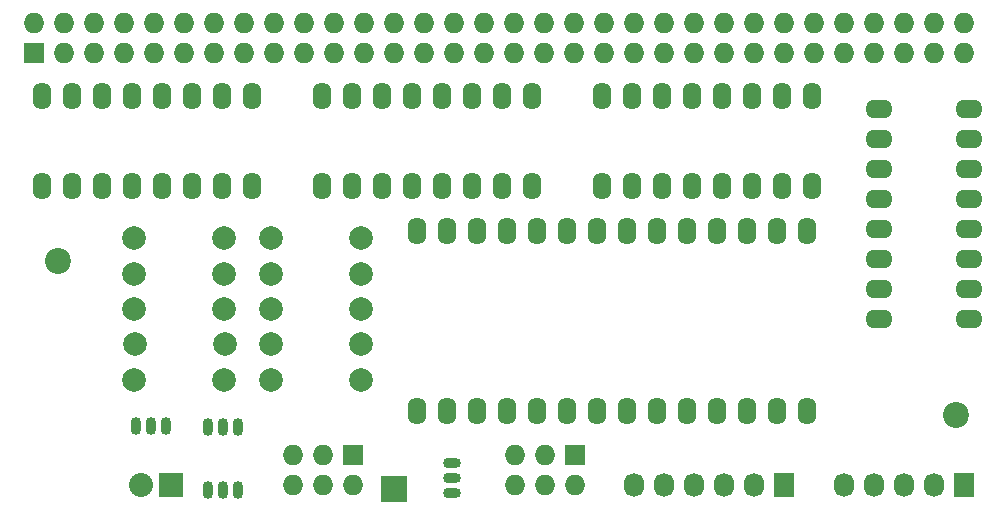
<source format=gbs>
G04 #@! TF.FileFunction,Soldermask,Bot*
%FSLAX46Y46*%
G04 Gerber Fmt 4.6, Leading zero omitted, Abs format (unit mm)*
G04 Created by KiCad (PCBNEW 4.0.4-stable) date 11/02/16 00:16:49*
%MOMM*%
%LPD*%
G01*
G04 APERTURE LIST*
%ADD10C,0.100000*%
%ADD11R,2.032000X2.032000*%
%ADD12O,2.032000X2.032000*%
%ADD13O,1.600000X2.300000*%
%ADD14R,1.727200X1.727200*%
%ADD15O,1.727200X1.727200*%
%ADD16R,2.235200X2.235200*%
%ADD17R,1.727200X2.032000*%
%ADD18O,1.727200X2.032000*%
%ADD19O,0.899160X1.501140*%
%ADD20O,1.501140X0.899160*%
%ADD21C,1.998980*%
%ADD22O,2.300000X1.600000*%
%ADD23C,2.200000*%
G04 APERTURE END LIST*
D10*
D11*
X131450000Y-88600000D03*
D12*
X128910000Y-88600000D03*
D13*
X144300000Y-63300000D03*
X146840000Y-63300000D03*
X149380000Y-63300000D03*
X151920000Y-63300000D03*
X154460000Y-63300000D03*
X157000000Y-63300000D03*
X159540000Y-63300000D03*
X162080000Y-63300000D03*
X162080000Y-55680000D03*
X159540000Y-55680000D03*
X157000000Y-55680000D03*
X154460000Y-55680000D03*
X151920000Y-55680000D03*
X149380000Y-55680000D03*
X146840000Y-55680000D03*
X144300000Y-55680000D03*
D14*
X146900000Y-86100000D03*
D15*
X146900000Y-88640000D03*
X144360000Y-86100000D03*
X144360000Y-88640000D03*
X141820000Y-86100000D03*
X141820000Y-88640000D03*
D16*
X150400000Y-88900000D03*
D14*
X165700000Y-86100000D03*
D15*
X165700000Y-88640000D03*
X163160000Y-86100000D03*
X163160000Y-88640000D03*
X160620000Y-86100000D03*
X160620000Y-88640000D03*
D17*
X183400000Y-88600000D03*
D18*
X180860000Y-88600000D03*
X178320000Y-88600000D03*
X175780000Y-88600000D03*
X173240000Y-88600000D03*
X170700000Y-88600000D03*
D14*
X119900000Y-52000000D03*
D15*
X119900000Y-49460000D03*
X122440000Y-52000000D03*
X122440000Y-49460000D03*
X124980000Y-52000000D03*
X124980000Y-49460000D03*
X127520000Y-52000000D03*
X127520000Y-49460000D03*
X130060000Y-52000000D03*
X130060000Y-49460000D03*
X132600000Y-52000000D03*
X132600000Y-49460000D03*
X135140000Y-52000000D03*
X135140000Y-49460000D03*
X137680000Y-52000000D03*
X137680000Y-49460000D03*
X140220000Y-52000000D03*
X140220000Y-49460000D03*
X142760000Y-52000000D03*
X142760000Y-49460000D03*
X145300000Y-52000000D03*
X145300000Y-49460000D03*
X147840000Y-52000000D03*
X147840000Y-49460000D03*
X150380000Y-52000000D03*
X150380000Y-49460000D03*
X152920000Y-52000000D03*
X152920000Y-49460000D03*
X155460000Y-52000000D03*
X155460000Y-49460000D03*
X158000000Y-52000000D03*
X158000000Y-49460000D03*
X160540000Y-52000000D03*
X160540000Y-49460000D03*
X163080000Y-52000000D03*
X163080000Y-49460000D03*
X165620000Y-52000000D03*
X165620000Y-49460000D03*
X168160000Y-52000000D03*
X168160000Y-49460000D03*
X170700000Y-52000000D03*
X170700000Y-49460000D03*
X173240000Y-52000000D03*
X173240000Y-49460000D03*
X175780000Y-52000000D03*
X175780000Y-49460000D03*
X178320000Y-52000000D03*
X178320000Y-49460000D03*
X180860000Y-52000000D03*
X180860000Y-49460000D03*
X183400000Y-52000000D03*
X183400000Y-49460000D03*
X185940000Y-52000000D03*
X185940000Y-49460000D03*
X188480000Y-52000000D03*
X188480000Y-49460000D03*
X191020000Y-52000000D03*
X191020000Y-49460000D03*
X193560000Y-52000000D03*
X193560000Y-49460000D03*
X196100000Y-52000000D03*
X196100000Y-49460000D03*
X198640000Y-52000000D03*
X198640000Y-49460000D03*
D17*
X198600000Y-88600000D03*
D18*
X196060000Y-88600000D03*
X193520000Y-88600000D03*
X190980000Y-88600000D03*
X188440000Y-88600000D03*
D19*
X135880000Y-89050000D03*
X134610000Y-89050000D03*
X137150000Y-89050000D03*
D20*
X155300000Y-87980000D03*
X155300000Y-86710000D03*
X155300000Y-89250000D03*
D19*
X135880000Y-83700000D03*
X134610000Y-83700000D03*
X137150000Y-83700000D03*
D21*
X136000000Y-73700000D03*
X128380000Y-73700000D03*
X147600000Y-73700000D03*
X139980000Y-73700000D03*
X136000000Y-70700000D03*
X128380000Y-70700000D03*
X147600000Y-70700000D03*
X139980000Y-70700000D03*
X136000000Y-67700000D03*
X128380000Y-67700000D03*
X147600000Y-67700000D03*
X139980000Y-67700000D03*
D13*
X120600000Y-63300000D03*
X123140000Y-63300000D03*
X125680000Y-63300000D03*
X128220000Y-63300000D03*
X130760000Y-63300000D03*
X133300000Y-63300000D03*
X135840000Y-63300000D03*
X138380000Y-63300000D03*
X138380000Y-55680000D03*
X135840000Y-55680000D03*
X133300000Y-55680000D03*
X130760000Y-55680000D03*
X128220000Y-55680000D03*
X125680000Y-55680000D03*
X123140000Y-55680000D03*
X120600000Y-55680000D03*
X168000000Y-63300000D03*
X170540000Y-63300000D03*
X173080000Y-63300000D03*
X175620000Y-63300000D03*
X178160000Y-63300000D03*
X180700000Y-63300000D03*
X183240000Y-63300000D03*
X185780000Y-63300000D03*
X185780000Y-55680000D03*
X183240000Y-55680000D03*
X180700000Y-55680000D03*
X178160000Y-55680000D03*
X175620000Y-55680000D03*
X173080000Y-55680000D03*
X170540000Y-55680000D03*
X168000000Y-55680000D03*
D22*
X191400000Y-56800000D03*
X191400000Y-59340000D03*
X191400000Y-61880000D03*
X191400000Y-64420000D03*
X191400000Y-66960000D03*
X191400000Y-69500000D03*
X191400000Y-72040000D03*
X191400000Y-74580000D03*
X199020000Y-74580000D03*
X199020000Y-72040000D03*
X199020000Y-69500000D03*
X199020000Y-66960000D03*
X199020000Y-64420000D03*
X199020000Y-61880000D03*
X199020000Y-59340000D03*
X199020000Y-56800000D03*
D13*
X152300000Y-82300000D03*
X154840000Y-82300000D03*
X157380000Y-82300000D03*
X159920000Y-82300000D03*
X162460000Y-82300000D03*
X165000000Y-82300000D03*
X167540000Y-82300000D03*
X170080000Y-82300000D03*
X172620000Y-82300000D03*
X175160000Y-82300000D03*
X177700000Y-82300000D03*
X180240000Y-82300000D03*
X182780000Y-82300000D03*
X185320000Y-82300000D03*
X185320000Y-67060000D03*
X182780000Y-67060000D03*
X180240000Y-67060000D03*
X177700000Y-67060000D03*
X175160000Y-67060000D03*
X172620000Y-67060000D03*
X170080000Y-67060000D03*
X167540000Y-67060000D03*
X165000000Y-67060000D03*
X162460000Y-67060000D03*
X159920000Y-67060000D03*
X157380000Y-67060000D03*
X154840000Y-67060000D03*
X152300000Y-67060000D03*
D23*
X121900000Y-69600000D03*
X197950000Y-82650000D03*
D19*
X129830000Y-83600000D03*
X128560000Y-83600000D03*
X131100000Y-83600000D03*
D21*
X147600000Y-76700000D03*
X139980000Y-76700000D03*
X136000000Y-79700000D03*
X128380000Y-79700000D03*
X128400000Y-76700000D03*
X136020000Y-76700000D03*
X147600000Y-79700000D03*
X139980000Y-79700000D03*
M02*

</source>
